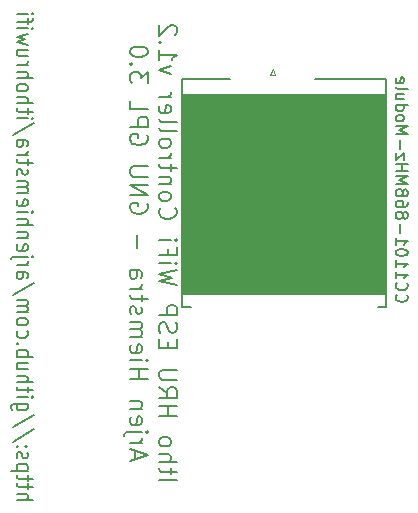
<source format=gbo>
G04 #@! TF.GenerationSoftware,KiCad,Pcbnew,(5.1.9-0-10_14)*
G04 #@! TF.CreationDate,2021-11-18T15:02:34+01:00*
G04 #@! TF.ProjectId,ithowifi_4l,6974686f-7769-4666-995f-346c2e6b6963,rev?*
G04 #@! TF.SameCoordinates,Original*
G04 #@! TF.FileFunction,Legend,Bot*
G04 #@! TF.FilePolarity,Positive*
%FSLAX46Y46*%
G04 Gerber Fmt 4.6, Leading zero omitted, Abs format (unit mm)*
G04 Created by KiCad (PCBNEW (5.1.9-0-10_14)) date 2021-11-18 15:02:34*
%MOMM*%
%LPD*%
G01*
G04 APERTURE LIST*
%ADD10C,0.100000*%
%ADD11C,0.200000*%
%ADD12C,0.150000*%
%ADD13C,0.120000*%
G04 APERTURE END LIST*
D10*
G36*
X104504000Y-131809200D02*
G01*
X87257400Y-131809200D01*
X87232000Y-114842000D01*
X104504000Y-114842000D01*
X104504000Y-131809200D01*
G37*
X104504000Y-131809200D02*
X87257400Y-131809200D01*
X87232000Y-114842000D01*
X104504000Y-114842000D01*
X104504000Y-131809200D01*
D11*
X73217166Y-149222428D02*
X74617166Y-149222428D01*
X73217166Y-148708142D02*
X73950500Y-148708142D01*
X74083833Y-148765285D01*
X74150500Y-148879571D01*
X74150500Y-149051000D01*
X74083833Y-149165285D01*
X74017166Y-149222428D01*
X74150500Y-148308142D02*
X74150500Y-147851000D01*
X74617166Y-148136714D02*
X73417166Y-148136714D01*
X73283833Y-148079571D01*
X73217166Y-147965285D01*
X73217166Y-147851000D01*
X74150500Y-147622428D02*
X74150500Y-147165285D01*
X74617166Y-147451000D02*
X73417166Y-147451000D01*
X73283833Y-147393857D01*
X73217166Y-147279571D01*
X73217166Y-147165285D01*
X74150500Y-146765285D02*
X72750500Y-146765285D01*
X74083833Y-146765285D02*
X74150500Y-146651000D01*
X74150500Y-146422428D01*
X74083833Y-146308142D01*
X74017166Y-146251000D01*
X73883833Y-146193857D01*
X73483833Y-146193857D01*
X73350500Y-146251000D01*
X73283833Y-146308142D01*
X73217166Y-146422428D01*
X73217166Y-146651000D01*
X73283833Y-146765285D01*
X73283833Y-145736714D02*
X73217166Y-145622428D01*
X73217166Y-145393857D01*
X73283833Y-145279571D01*
X73417166Y-145222428D01*
X73483833Y-145222428D01*
X73617166Y-145279571D01*
X73683833Y-145393857D01*
X73683833Y-145565285D01*
X73750500Y-145679571D01*
X73883833Y-145736714D01*
X73950500Y-145736714D01*
X74083833Y-145679571D01*
X74150500Y-145565285D01*
X74150500Y-145393857D01*
X74083833Y-145279571D01*
X73350500Y-144708142D02*
X73283833Y-144651000D01*
X73217166Y-144708142D01*
X73283833Y-144765285D01*
X73350500Y-144708142D01*
X73217166Y-144708142D01*
X74083833Y-144708142D02*
X74017166Y-144651000D01*
X73950500Y-144708142D01*
X74017166Y-144765285D01*
X74083833Y-144708142D01*
X73950500Y-144708142D01*
X74683833Y-143279571D02*
X72883833Y-144308142D01*
X74683833Y-142022428D02*
X72883833Y-143051000D01*
X74150500Y-141108142D02*
X73017166Y-141108142D01*
X72883833Y-141165285D01*
X72817166Y-141222428D01*
X72750500Y-141336714D01*
X72750500Y-141508142D01*
X72817166Y-141622428D01*
X73283833Y-141108142D02*
X73217166Y-141222428D01*
X73217166Y-141451000D01*
X73283833Y-141565285D01*
X73350500Y-141622428D01*
X73483833Y-141679571D01*
X73883833Y-141679571D01*
X74017166Y-141622428D01*
X74083833Y-141565285D01*
X74150500Y-141451000D01*
X74150500Y-141222428D01*
X74083833Y-141108142D01*
X73217166Y-140536714D02*
X74150500Y-140536714D01*
X74617166Y-140536714D02*
X74550500Y-140593857D01*
X74483833Y-140536714D01*
X74550500Y-140479571D01*
X74617166Y-140536714D01*
X74483833Y-140536714D01*
X74150500Y-140136714D02*
X74150500Y-139679571D01*
X74617166Y-139965285D02*
X73417166Y-139965285D01*
X73283833Y-139908142D01*
X73217166Y-139793857D01*
X73217166Y-139679571D01*
X73217166Y-139279571D02*
X74617166Y-139279571D01*
X73217166Y-138765285D02*
X73950500Y-138765285D01*
X74083833Y-138822428D01*
X74150500Y-138936714D01*
X74150500Y-139108142D01*
X74083833Y-139222428D01*
X74017166Y-139279571D01*
X74150500Y-137679571D02*
X73217166Y-137679571D01*
X74150500Y-138193857D02*
X73417166Y-138193857D01*
X73283833Y-138136714D01*
X73217166Y-138022428D01*
X73217166Y-137851000D01*
X73283833Y-137736714D01*
X73350500Y-137679571D01*
X73217166Y-137108142D02*
X74617166Y-137108142D01*
X74083833Y-137108142D02*
X74150500Y-136993857D01*
X74150500Y-136765285D01*
X74083833Y-136651000D01*
X74017166Y-136593857D01*
X73883833Y-136536714D01*
X73483833Y-136536714D01*
X73350500Y-136593857D01*
X73283833Y-136651000D01*
X73217166Y-136765285D01*
X73217166Y-136993857D01*
X73283833Y-137108142D01*
X73350500Y-136022428D02*
X73283833Y-135965285D01*
X73217166Y-136022428D01*
X73283833Y-136079571D01*
X73350500Y-136022428D01*
X73217166Y-136022428D01*
X73283833Y-134936714D02*
X73217166Y-135051000D01*
X73217166Y-135279571D01*
X73283833Y-135393857D01*
X73350500Y-135451000D01*
X73483833Y-135508142D01*
X73883833Y-135508142D01*
X74017166Y-135451000D01*
X74083833Y-135393857D01*
X74150500Y-135279571D01*
X74150500Y-135051000D01*
X74083833Y-134936714D01*
X73217166Y-134251000D02*
X73283833Y-134365285D01*
X73350500Y-134422428D01*
X73483833Y-134479571D01*
X73883833Y-134479571D01*
X74017166Y-134422428D01*
X74083833Y-134365285D01*
X74150500Y-134251000D01*
X74150500Y-134079571D01*
X74083833Y-133965285D01*
X74017166Y-133908142D01*
X73883833Y-133851000D01*
X73483833Y-133851000D01*
X73350500Y-133908142D01*
X73283833Y-133965285D01*
X73217166Y-134079571D01*
X73217166Y-134251000D01*
X73217166Y-133336714D02*
X74150500Y-133336714D01*
X74017166Y-133336714D02*
X74083833Y-133279571D01*
X74150500Y-133165285D01*
X74150500Y-132993857D01*
X74083833Y-132879571D01*
X73950500Y-132822428D01*
X73217166Y-132822428D01*
X73950500Y-132822428D02*
X74083833Y-132765285D01*
X74150500Y-132651000D01*
X74150500Y-132479571D01*
X74083833Y-132365285D01*
X73950500Y-132308142D01*
X73217166Y-132308142D01*
X74683833Y-130879571D02*
X72883833Y-131908142D01*
X73217166Y-129965285D02*
X73950500Y-129965285D01*
X74083833Y-130022428D01*
X74150500Y-130136714D01*
X74150500Y-130365285D01*
X74083833Y-130479571D01*
X73283833Y-129965285D02*
X73217166Y-130079571D01*
X73217166Y-130365285D01*
X73283833Y-130479571D01*
X73417166Y-130536714D01*
X73550500Y-130536714D01*
X73683833Y-130479571D01*
X73750500Y-130365285D01*
X73750500Y-130079571D01*
X73817166Y-129965285D01*
X73217166Y-129393857D02*
X74150500Y-129393857D01*
X73883833Y-129393857D02*
X74017166Y-129336714D01*
X74083833Y-129279571D01*
X74150500Y-129165285D01*
X74150500Y-129050999D01*
X74150500Y-128650999D02*
X72950500Y-128650999D01*
X72817166Y-128708142D01*
X72750500Y-128822428D01*
X72750500Y-128879571D01*
X74617166Y-128650999D02*
X74550500Y-128708142D01*
X74483833Y-128650999D01*
X74550500Y-128593857D01*
X74617166Y-128650999D01*
X74483833Y-128650999D01*
X73283833Y-127622428D02*
X73217166Y-127736714D01*
X73217166Y-127965285D01*
X73283833Y-128079571D01*
X73417166Y-128136714D01*
X73950500Y-128136714D01*
X74083833Y-128079571D01*
X74150500Y-127965285D01*
X74150500Y-127736714D01*
X74083833Y-127622428D01*
X73950500Y-127565285D01*
X73817166Y-127565285D01*
X73683833Y-128136714D01*
X74150500Y-127050999D02*
X73217166Y-127050999D01*
X74017166Y-127050999D02*
X74083833Y-126993857D01*
X74150500Y-126879571D01*
X74150500Y-126708142D01*
X74083833Y-126593857D01*
X73950500Y-126536714D01*
X73217166Y-126536714D01*
X73217166Y-125965285D02*
X74617166Y-125965285D01*
X73217166Y-125450999D02*
X73950500Y-125450999D01*
X74083833Y-125508142D01*
X74150500Y-125622428D01*
X74150500Y-125793857D01*
X74083833Y-125908142D01*
X74017166Y-125965285D01*
X73217166Y-124879571D02*
X74150500Y-124879571D01*
X74617166Y-124879571D02*
X74550500Y-124936714D01*
X74483833Y-124879571D01*
X74550500Y-124822428D01*
X74617166Y-124879571D01*
X74483833Y-124879571D01*
X73283833Y-123850999D02*
X73217166Y-123965285D01*
X73217166Y-124193857D01*
X73283833Y-124308142D01*
X73417166Y-124365285D01*
X73950500Y-124365285D01*
X74083833Y-124308142D01*
X74150500Y-124193857D01*
X74150500Y-123965285D01*
X74083833Y-123850999D01*
X73950500Y-123793857D01*
X73817166Y-123793857D01*
X73683833Y-124365285D01*
X73217166Y-123279571D02*
X74150500Y-123279571D01*
X74017166Y-123279571D02*
X74083833Y-123222428D01*
X74150500Y-123108142D01*
X74150500Y-122936714D01*
X74083833Y-122822428D01*
X73950500Y-122765285D01*
X73217166Y-122765285D01*
X73950500Y-122765285D02*
X74083833Y-122708142D01*
X74150500Y-122593857D01*
X74150500Y-122422428D01*
X74083833Y-122308142D01*
X73950500Y-122250999D01*
X73217166Y-122250999D01*
X73283833Y-121736714D02*
X73217166Y-121622428D01*
X73217166Y-121393857D01*
X73283833Y-121279571D01*
X73417166Y-121222428D01*
X73483833Y-121222428D01*
X73617166Y-121279571D01*
X73683833Y-121393857D01*
X73683833Y-121565285D01*
X73750500Y-121679571D01*
X73883833Y-121736714D01*
X73950500Y-121736714D01*
X74083833Y-121679571D01*
X74150500Y-121565285D01*
X74150500Y-121393857D01*
X74083833Y-121279571D01*
X74150500Y-120879571D02*
X74150500Y-120422428D01*
X74617166Y-120708142D02*
X73417166Y-120708142D01*
X73283833Y-120650999D01*
X73217166Y-120536714D01*
X73217166Y-120422428D01*
X73217166Y-120022428D02*
X74150500Y-120022428D01*
X73883833Y-120022428D02*
X74017166Y-119965285D01*
X74083833Y-119908142D01*
X74150500Y-119793857D01*
X74150500Y-119679571D01*
X73217166Y-118765285D02*
X73950500Y-118765285D01*
X74083833Y-118822428D01*
X74150500Y-118936714D01*
X74150500Y-119165285D01*
X74083833Y-119279571D01*
X73283833Y-118765285D02*
X73217166Y-118879571D01*
X73217166Y-119165285D01*
X73283833Y-119279571D01*
X73417166Y-119336714D01*
X73550500Y-119336714D01*
X73683833Y-119279571D01*
X73750500Y-119165285D01*
X73750500Y-118879571D01*
X73817166Y-118765285D01*
X74683833Y-117336714D02*
X72883833Y-118365285D01*
X73217166Y-116936714D02*
X74150500Y-116936714D01*
X74617166Y-116936714D02*
X74550500Y-116993857D01*
X74483833Y-116936714D01*
X74550500Y-116879571D01*
X74617166Y-116936714D01*
X74483833Y-116936714D01*
X74150500Y-116536714D02*
X74150500Y-116079571D01*
X74617166Y-116365285D02*
X73417166Y-116365285D01*
X73283833Y-116308142D01*
X73217166Y-116193857D01*
X73217166Y-116079571D01*
X73217166Y-115679571D02*
X74617166Y-115679571D01*
X73217166Y-115165285D02*
X73950500Y-115165285D01*
X74083833Y-115222428D01*
X74150500Y-115336714D01*
X74150500Y-115508142D01*
X74083833Y-115622428D01*
X74017166Y-115679571D01*
X73217166Y-114422428D02*
X73283833Y-114536714D01*
X73350500Y-114593857D01*
X73483833Y-114651000D01*
X73883833Y-114651000D01*
X74017166Y-114593857D01*
X74083833Y-114536714D01*
X74150500Y-114422428D01*
X74150500Y-114251000D01*
X74083833Y-114136714D01*
X74017166Y-114079571D01*
X73883833Y-114022428D01*
X73483833Y-114022428D01*
X73350500Y-114079571D01*
X73283833Y-114136714D01*
X73217166Y-114251000D01*
X73217166Y-114422428D01*
X73217166Y-113508142D02*
X74617166Y-113508142D01*
X73217166Y-112993857D02*
X73950500Y-112993857D01*
X74083833Y-113051000D01*
X74150500Y-113165285D01*
X74150500Y-113336714D01*
X74083833Y-113451000D01*
X74017166Y-113508142D01*
X73217166Y-112422428D02*
X74150500Y-112422428D01*
X73883833Y-112422428D02*
X74017166Y-112365285D01*
X74083833Y-112308142D01*
X74150500Y-112193857D01*
X74150500Y-112079571D01*
X74150500Y-111165285D02*
X73217166Y-111165285D01*
X74150500Y-111679571D02*
X73417166Y-111679571D01*
X73283833Y-111622428D01*
X73217166Y-111508142D01*
X73217166Y-111336714D01*
X73283833Y-111222428D01*
X73350500Y-111165285D01*
X74150500Y-110708142D02*
X73217166Y-110479571D01*
X73883833Y-110251000D01*
X73217166Y-110022428D01*
X74150500Y-109793857D01*
X73217166Y-109336714D02*
X74150500Y-109336714D01*
X74617166Y-109336714D02*
X74550500Y-109393857D01*
X74483833Y-109336714D01*
X74550500Y-109279571D01*
X74617166Y-109336714D01*
X74483833Y-109336714D01*
X74150500Y-108936714D02*
X74150500Y-108479571D01*
X73217166Y-108765285D02*
X74417166Y-108765285D01*
X74550500Y-108708142D01*
X74617166Y-108593857D01*
X74617166Y-108479571D01*
X73217166Y-108079571D02*
X74150500Y-108079571D01*
X74617166Y-108079571D02*
X74550500Y-108136714D01*
X74483833Y-108079571D01*
X74550500Y-108022428D01*
X74617166Y-108079571D01*
X74483833Y-108079571D01*
X85255428Y-147583500D02*
X86755428Y-147583500D01*
X86255428Y-147083500D02*
X86255428Y-146512071D01*
X86755428Y-146869214D02*
X85469714Y-146869214D01*
X85326857Y-146797785D01*
X85255428Y-146654928D01*
X85255428Y-146512071D01*
X85255428Y-146012071D02*
X86755428Y-146012071D01*
X85255428Y-145369214D02*
X86041142Y-145369214D01*
X86184000Y-145440642D01*
X86255428Y-145583500D01*
X86255428Y-145797785D01*
X86184000Y-145940642D01*
X86112571Y-146012071D01*
X85255428Y-144440642D02*
X85326857Y-144583500D01*
X85398285Y-144654928D01*
X85541142Y-144726357D01*
X85969714Y-144726357D01*
X86112571Y-144654928D01*
X86184000Y-144583500D01*
X86255428Y-144440642D01*
X86255428Y-144226357D01*
X86184000Y-144083500D01*
X86112571Y-144012071D01*
X85969714Y-143940642D01*
X85541142Y-143940642D01*
X85398285Y-144012071D01*
X85326857Y-144083500D01*
X85255428Y-144226357D01*
X85255428Y-144440642D01*
X85255428Y-142154928D02*
X86755428Y-142154928D01*
X86041142Y-142154928D02*
X86041142Y-141297785D01*
X85255428Y-141297785D02*
X86755428Y-141297785D01*
X85255428Y-139726357D02*
X85969714Y-140226357D01*
X85255428Y-140583500D02*
X86755428Y-140583500D01*
X86755428Y-140012071D01*
X86684000Y-139869214D01*
X86612571Y-139797785D01*
X86469714Y-139726357D01*
X86255428Y-139726357D01*
X86112571Y-139797785D01*
X86041142Y-139869214D01*
X85969714Y-140012071D01*
X85969714Y-140583500D01*
X86755428Y-139083500D02*
X85541142Y-139083500D01*
X85398285Y-139012071D01*
X85326857Y-138940642D01*
X85255428Y-138797785D01*
X85255428Y-138512071D01*
X85326857Y-138369214D01*
X85398285Y-138297785D01*
X85541142Y-138226357D01*
X86755428Y-138226357D01*
X86041142Y-136369214D02*
X86041142Y-135869214D01*
X85255428Y-135654928D02*
X85255428Y-136369214D01*
X86755428Y-136369214D01*
X86755428Y-135654928D01*
X85326857Y-135083500D02*
X85255428Y-134869214D01*
X85255428Y-134512071D01*
X85326857Y-134369214D01*
X85398285Y-134297785D01*
X85541142Y-134226357D01*
X85684000Y-134226357D01*
X85826857Y-134297785D01*
X85898285Y-134369214D01*
X85969714Y-134512071D01*
X86041142Y-134797785D01*
X86112571Y-134940642D01*
X86184000Y-135012071D01*
X86326857Y-135083500D01*
X86469714Y-135083500D01*
X86612571Y-135012071D01*
X86684000Y-134940642D01*
X86755428Y-134797785D01*
X86755428Y-134440642D01*
X86684000Y-134226357D01*
X85255428Y-133583500D02*
X86755428Y-133583500D01*
X86755428Y-133012071D01*
X86684000Y-132869214D01*
X86612571Y-132797785D01*
X86469714Y-132726357D01*
X86255428Y-132726357D01*
X86112571Y-132797785D01*
X86041142Y-132869214D01*
X85969714Y-133012071D01*
X85969714Y-133583500D01*
X86755428Y-131083500D02*
X85255428Y-130726357D01*
X86326857Y-130440642D01*
X85255428Y-130154928D01*
X86755428Y-129797785D01*
X85255428Y-129226357D02*
X86255428Y-129226357D01*
X86755428Y-129226357D02*
X86684000Y-129297785D01*
X86612571Y-129226357D01*
X86684000Y-129154928D01*
X86755428Y-129226357D01*
X86612571Y-129226357D01*
X86041142Y-128012071D02*
X86041142Y-128512071D01*
X85255428Y-128512071D02*
X86755428Y-128512071D01*
X86755428Y-127797785D01*
X85255428Y-127226357D02*
X86255428Y-127226357D01*
X86755428Y-127226357D02*
X86684000Y-127297785D01*
X86612571Y-127226357D01*
X86684000Y-127154928D01*
X86755428Y-127226357D01*
X86612571Y-127226357D01*
X85398285Y-124512071D02*
X85326857Y-124583500D01*
X85255428Y-124797785D01*
X85255428Y-124940642D01*
X85326857Y-125154928D01*
X85469714Y-125297785D01*
X85612571Y-125369214D01*
X85898285Y-125440642D01*
X86112571Y-125440642D01*
X86398285Y-125369214D01*
X86541142Y-125297785D01*
X86684000Y-125154928D01*
X86755428Y-124940642D01*
X86755428Y-124797785D01*
X86684000Y-124583500D01*
X86612571Y-124512071D01*
X85255428Y-123654928D02*
X85326857Y-123797785D01*
X85398285Y-123869214D01*
X85541142Y-123940642D01*
X85969714Y-123940642D01*
X86112571Y-123869214D01*
X86184000Y-123797785D01*
X86255428Y-123654928D01*
X86255428Y-123440642D01*
X86184000Y-123297785D01*
X86112571Y-123226357D01*
X85969714Y-123154928D01*
X85541142Y-123154928D01*
X85398285Y-123226357D01*
X85326857Y-123297785D01*
X85255428Y-123440642D01*
X85255428Y-123654928D01*
X86255428Y-122512071D02*
X85255428Y-122512071D01*
X86112571Y-122512071D02*
X86184000Y-122440642D01*
X86255428Y-122297785D01*
X86255428Y-122083500D01*
X86184000Y-121940642D01*
X86041142Y-121869214D01*
X85255428Y-121869214D01*
X86255428Y-121369214D02*
X86255428Y-120797785D01*
X86755428Y-121154928D02*
X85469714Y-121154928D01*
X85326857Y-121083500D01*
X85255428Y-120940642D01*
X85255428Y-120797785D01*
X85255428Y-120297785D02*
X86255428Y-120297785D01*
X85969714Y-120297785D02*
X86112571Y-120226357D01*
X86184000Y-120154928D01*
X86255428Y-120012071D01*
X86255428Y-119869214D01*
X85255428Y-119154928D02*
X85326857Y-119297785D01*
X85398285Y-119369214D01*
X85541142Y-119440642D01*
X85969714Y-119440642D01*
X86112571Y-119369214D01*
X86184000Y-119297785D01*
X86255428Y-119154928D01*
X86255428Y-118940642D01*
X86184000Y-118797785D01*
X86112571Y-118726357D01*
X85969714Y-118654928D01*
X85541142Y-118654928D01*
X85398285Y-118726357D01*
X85326857Y-118797785D01*
X85255428Y-118940642D01*
X85255428Y-119154928D01*
X85255428Y-117797785D02*
X85326857Y-117940642D01*
X85469714Y-118012071D01*
X86755428Y-118012071D01*
X85255428Y-117012071D02*
X85326857Y-117154928D01*
X85469714Y-117226357D01*
X86755428Y-117226357D01*
X85326857Y-115869214D02*
X85255428Y-116012071D01*
X85255428Y-116297785D01*
X85326857Y-116440642D01*
X85469714Y-116512071D01*
X86041142Y-116512071D01*
X86184000Y-116440642D01*
X86255428Y-116297785D01*
X86255428Y-116012071D01*
X86184000Y-115869214D01*
X86041142Y-115797785D01*
X85898285Y-115797785D01*
X85755428Y-116512071D01*
X85255428Y-115154928D02*
X86255428Y-115154928D01*
X85969714Y-115154928D02*
X86112571Y-115083500D01*
X86184000Y-115012071D01*
X86255428Y-114869214D01*
X86255428Y-114726357D01*
X86255428Y-113226357D02*
X85255428Y-112869214D01*
X86255428Y-112512071D01*
X85255428Y-111154928D02*
X85255428Y-112012071D01*
X85255428Y-111583500D02*
X86755428Y-111583500D01*
X86541142Y-111726357D01*
X86398285Y-111869214D01*
X86326857Y-112012071D01*
X85398285Y-110512071D02*
X85326857Y-110440642D01*
X85255428Y-110512071D01*
X85326857Y-110583500D01*
X85398285Y-110512071D01*
X85255428Y-110512071D01*
X86612571Y-109869214D02*
X86684000Y-109797785D01*
X86755428Y-109654928D01*
X86755428Y-109297785D01*
X86684000Y-109154928D01*
X86612571Y-109083500D01*
X86469714Y-109012071D01*
X86326857Y-109012071D01*
X86112571Y-109083500D01*
X85255428Y-109940642D01*
X85255428Y-109012071D01*
X83234000Y-145797785D02*
X83234000Y-145083500D01*
X82805428Y-145940642D02*
X84305428Y-145440642D01*
X82805428Y-144940642D01*
X82805428Y-144440642D02*
X83805428Y-144440642D01*
X83519714Y-144440642D02*
X83662571Y-144369214D01*
X83734000Y-144297785D01*
X83805428Y-144154928D01*
X83805428Y-144012071D01*
X83805428Y-143512071D02*
X82519714Y-143512071D01*
X82376857Y-143583500D01*
X82305428Y-143726357D01*
X82305428Y-143797785D01*
X84305428Y-143512071D02*
X84234000Y-143583500D01*
X84162571Y-143512071D01*
X84234000Y-143440642D01*
X84305428Y-143512071D01*
X84162571Y-143512071D01*
X82876857Y-142226357D02*
X82805428Y-142369214D01*
X82805428Y-142654928D01*
X82876857Y-142797785D01*
X83019714Y-142869214D01*
X83591142Y-142869214D01*
X83734000Y-142797785D01*
X83805428Y-142654928D01*
X83805428Y-142369214D01*
X83734000Y-142226357D01*
X83591142Y-142154928D01*
X83448285Y-142154928D01*
X83305428Y-142869214D01*
X83805428Y-141512071D02*
X82805428Y-141512071D01*
X83662571Y-141512071D02*
X83734000Y-141440642D01*
X83805428Y-141297785D01*
X83805428Y-141083500D01*
X83734000Y-140940642D01*
X83591142Y-140869214D01*
X82805428Y-140869214D01*
X82805428Y-139012071D02*
X84305428Y-139012071D01*
X83591142Y-139012071D02*
X83591142Y-138154928D01*
X82805428Y-138154928D02*
X84305428Y-138154928D01*
X82805428Y-137440642D02*
X83805428Y-137440642D01*
X84305428Y-137440642D02*
X84234000Y-137512071D01*
X84162571Y-137440642D01*
X84234000Y-137369214D01*
X84305428Y-137440642D01*
X84162571Y-137440642D01*
X82876857Y-136154928D02*
X82805428Y-136297785D01*
X82805428Y-136583500D01*
X82876857Y-136726357D01*
X83019714Y-136797785D01*
X83591142Y-136797785D01*
X83734000Y-136726357D01*
X83805428Y-136583500D01*
X83805428Y-136297785D01*
X83734000Y-136154928D01*
X83591142Y-136083500D01*
X83448285Y-136083500D01*
X83305428Y-136797785D01*
X82805428Y-135440642D02*
X83805428Y-135440642D01*
X83662571Y-135440642D02*
X83734000Y-135369214D01*
X83805428Y-135226357D01*
X83805428Y-135012071D01*
X83734000Y-134869214D01*
X83591142Y-134797785D01*
X82805428Y-134797785D01*
X83591142Y-134797785D02*
X83734000Y-134726357D01*
X83805428Y-134583500D01*
X83805428Y-134369214D01*
X83734000Y-134226357D01*
X83591142Y-134154928D01*
X82805428Y-134154928D01*
X82876857Y-133512071D02*
X82805428Y-133369214D01*
X82805428Y-133083500D01*
X82876857Y-132940642D01*
X83019714Y-132869214D01*
X83091142Y-132869214D01*
X83234000Y-132940642D01*
X83305428Y-133083500D01*
X83305428Y-133297785D01*
X83376857Y-133440642D01*
X83519714Y-133512071D01*
X83591142Y-133512071D01*
X83734000Y-133440642D01*
X83805428Y-133297785D01*
X83805428Y-133083500D01*
X83734000Y-132940642D01*
X83805428Y-132440642D02*
X83805428Y-131869214D01*
X84305428Y-132226357D02*
X83019714Y-132226357D01*
X82876857Y-132154928D01*
X82805428Y-132012071D01*
X82805428Y-131869214D01*
X82805428Y-131369214D02*
X83805428Y-131369214D01*
X83519714Y-131369214D02*
X83662571Y-131297785D01*
X83734000Y-131226357D01*
X83805428Y-131083500D01*
X83805428Y-130940642D01*
X82805428Y-129797785D02*
X83591142Y-129797785D01*
X83734000Y-129869214D01*
X83805428Y-130012071D01*
X83805428Y-130297785D01*
X83734000Y-130440642D01*
X82876857Y-129797785D02*
X82805428Y-129940642D01*
X82805428Y-130297785D01*
X82876857Y-130440642D01*
X83019714Y-130512071D01*
X83162571Y-130512071D01*
X83305428Y-130440642D01*
X83376857Y-130297785D01*
X83376857Y-129940642D01*
X83448285Y-129797785D01*
X83376857Y-127940642D02*
X83376857Y-126797785D01*
X84234000Y-124154928D02*
X84305428Y-124297785D01*
X84305428Y-124512071D01*
X84234000Y-124726357D01*
X84091142Y-124869214D01*
X83948285Y-124940642D01*
X83662571Y-125012071D01*
X83448285Y-125012071D01*
X83162571Y-124940642D01*
X83019714Y-124869214D01*
X82876857Y-124726357D01*
X82805428Y-124512071D01*
X82805428Y-124369214D01*
X82876857Y-124154928D01*
X82948285Y-124083500D01*
X83448285Y-124083500D01*
X83448285Y-124369214D01*
X82805428Y-123440642D02*
X84305428Y-123440642D01*
X82805428Y-122583500D01*
X84305428Y-122583500D01*
X84305428Y-121869214D02*
X83091142Y-121869214D01*
X82948285Y-121797785D01*
X82876857Y-121726357D01*
X82805428Y-121583500D01*
X82805428Y-121297785D01*
X82876857Y-121154928D01*
X82948285Y-121083500D01*
X83091142Y-121012071D01*
X84305428Y-121012071D01*
X84234000Y-118369214D02*
X84305428Y-118512071D01*
X84305428Y-118726357D01*
X84234000Y-118940642D01*
X84091142Y-119083500D01*
X83948285Y-119154928D01*
X83662571Y-119226357D01*
X83448285Y-119226357D01*
X83162571Y-119154928D01*
X83019714Y-119083500D01*
X82876857Y-118940642D01*
X82805428Y-118726357D01*
X82805428Y-118583500D01*
X82876857Y-118369214D01*
X82948285Y-118297785D01*
X83448285Y-118297785D01*
X83448285Y-118583500D01*
X82805428Y-117654928D02*
X84305428Y-117654928D01*
X84305428Y-117083500D01*
X84234000Y-116940642D01*
X84162571Y-116869214D01*
X84019714Y-116797785D01*
X83805428Y-116797785D01*
X83662571Y-116869214D01*
X83591142Y-116940642D01*
X83519714Y-117083500D01*
X83519714Y-117654928D01*
X82805428Y-115440642D02*
X82805428Y-116154928D01*
X84305428Y-116154928D01*
X84305428Y-113940642D02*
X84305428Y-113012071D01*
X83734000Y-113512071D01*
X83734000Y-113297785D01*
X83662571Y-113154928D01*
X83591142Y-113083500D01*
X83448285Y-113012071D01*
X83091142Y-113012071D01*
X82948285Y-113083500D01*
X82876857Y-113154928D01*
X82805428Y-113297785D01*
X82805428Y-113726357D01*
X82876857Y-113869214D01*
X82948285Y-113940642D01*
X82948285Y-112369214D02*
X82876857Y-112297785D01*
X82805428Y-112369214D01*
X82876857Y-112440642D01*
X82948285Y-112369214D01*
X82805428Y-112369214D01*
X84305428Y-111369214D02*
X84305428Y-111226357D01*
X84234000Y-111083500D01*
X84162571Y-111012071D01*
X84019714Y-110940642D01*
X83734000Y-110869214D01*
X83376857Y-110869214D01*
X83091142Y-110940642D01*
X82948285Y-111012071D01*
X82876857Y-111083500D01*
X82805428Y-111226357D01*
X82805428Y-111369214D01*
X82876857Y-111512071D01*
X82948285Y-111583500D01*
X83091142Y-111654928D01*
X83376857Y-111726357D01*
X83734000Y-111726357D01*
X84019714Y-111654928D01*
X84162571Y-111583500D01*
X84234000Y-111512071D01*
X84305428Y-111369214D01*
D12*
X103772000Y-132889000D02*
X104522000Y-132889000D01*
X87222000Y-132889000D02*
X87972000Y-132889000D01*
X87222000Y-113589000D02*
X87222000Y-132889000D01*
X91247000Y-113589000D02*
X87222000Y-113589000D01*
X104522000Y-113589000D02*
X98497000Y-113589000D01*
X104522000Y-132889000D02*
X104522000Y-113589000D01*
D13*
X94881400Y-112758400D02*
X95131400Y-113258400D01*
X95131400Y-113258400D02*
X94631400Y-113258400D01*
X94631400Y-113258400D02*
X94881400Y-112758400D01*
D12*
X105420857Y-131865952D02*
X105373238Y-131913571D01*
X105325619Y-132056428D01*
X105325619Y-132151666D01*
X105373238Y-132294523D01*
X105468476Y-132389761D01*
X105563714Y-132437380D01*
X105754190Y-132485000D01*
X105897047Y-132485000D01*
X106087523Y-132437380D01*
X106182761Y-132389761D01*
X106278000Y-132294523D01*
X106325619Y-132151666D01*
X106325619Y-132056428D01*
X106278000Y-131913571D01*
X106230380Y-131865952D01*
X105420857Y-130865952D02*
X105373238Y-130913571D01*
X105325619Y-131056428D01*
X105325619Y-131151666D01*
X105373238Y-131294523D01*
X105468476Y-131389761D01*
X105563714Y-131437380D01*
X105754190Y-131485000D01*
X105897047Y-131485000D01*
X106087523Y-131437380D01*
X106182761Y-131389761D01*
X106278000Y-131294523D01*
X106325619Y-131151666D01*
X106325619Y-131056428D01*
X106278000Y-130913571D01*
X106230380Y-130865952D01*
X105325619Y-129913571D02*
X105325619Y-130485000D01*
X105325619Y-130199285D02*
X106325619Y-130199285D01*
X106182761Y-130294523D01*
X106087523Y-130389761D01*
X106039904Y-130485000D01*
X105325619Y-128961190D02*
X105325619Y-129532619D01*
X105325619Y-129246904D02*
X106325619Y-129246904D01*
X106182761Y-129342142D01*
X106087523Y-129437380D01*
X106039904Y-129532619D01*
X106325619Y-128342142D02*
X106325619Y-128246904D01*
X106278000Y-128151666D01*
X106230380Y-128104047D01*
X106135142Y-128056428D01*
X105944666Y-128008809D01*
X105706571Y-128008809D01*
X105516095Y-128056428D01*
X105420857Y-128104047D01*
X105373238Y-128151666D01*
X105325619Y-128246904D01*
X105325619Y-128342142D01*
X105373238Y-128437380D01*
X105420857Y-128485000D01*
X105516095Y-128532619D01*
X105706571Y-128580238D01*
X105944666Y-128580238D01*
X106135142Y-128532619D01*
X106230380Y-128485000D01*
X106278000Y-128437380D01*
X106325619Y-128342142D01*
X105325619Y-127056428D02*
X105325619Y-127627857D01*
X105325619Y-127342142D02*
X106325619Y-127342142D01*
X106182761Y-127437380D01*
X106087523Y-127532619D01*
X106039904Y-127627857D01*
X105706571Y-126627857D02*
X105706571Y-125865952D01*
X105897047Y-125246904D02*
X105944666Y-125342142D01*
X105992285Y-125389761D01*
X106087523Y-125437380D01*
X106135142Y-125437380D01*
X106230380Y-125389761D01*
X106278000Y-125342142D01*
X106325619Y-125246904D01*
X106325619Y-125056428D01*
X106278000Y-124961190D01*
X106230380Y-124913571D01*
X106135142Y-124865952D01*
X106087523Y-124865952D01*
X105992285Y-124913571D01*
X105944666Y-124961190D01*
X105897047Y-125056428D01*
X105897047Y-125246904D01*
X105849428Y-125342142D01*
X105801809Y-125389761D01*
X105706571Y-125437380D01*
X105516095Y-125437380D01*
X105420857Y-125389761D01*
X105373238Y-125342142D01*
X105325619Y-125246904D01*
X105325619Y-125056428D01*
X105373238Y-124961190D01*
X105420857Y-124913571D01*
X105516095Y-124865952D01*
X105706571Y-124865952D01*
X105801809Y-124913571D01*
X105849428Y-124961190D01*
X105897047Y-125056428D01*
X106325619Y-124008809D02*
X106325619Y-124199285D01*
X106278000Y-124294523D01*
X106230380Y-124342142D01*
X106087523Y-124437380D01*
X105897047Y-124485000D01*
X105516095Y-124485000D01*
X105420857Y-124437380D01*
X105373238Y-124389761D01*
X105325619Y-124294523D01*
X105325619Y-124104047D01*
X105373238Y-124008809D01*
X105420857Y-123961190D01*
X105516095Y-123913571D01*
X105754190Y-123913571D01*
X105849428Y-123961190D01*
X105897047Y-124008809D01*
X105944666Y-124104047D01*
X105944666Y-124294523D01*
X105897047Y-124389761D01*
X105849428Y-124437380D01*
X105754190Y-124485000D01*
X105897047Y-123342142D02*
X105944666Y-123437380D01*
X105992285Y-123485000D01*
X106087523Y-123532619D01*
X106135142Y-123532619D01*
X106230380Y-123485000D01*
X106278000Y-123437380D01*
X106325619Y-123342142D01*
X106325619Y-123151666D01*
X106278000Y-123056428D01*
X106230380Y-123008809D01*
X106135142Y-122961190D01*
X106087523Y-122961190D01*
X105992285Y-123008809D01*
X105944666Y-123056428D01*
X105897047Y-123151666D01*
X105897047Y-123342142D01*
X105849428Y-123437380D01*
X105801809Y-123485000D01*
X105706571Y-123532619D01*
X105516095Y-123532619D01*
X105420857Y-123485000D01*
X105373238Y-123437380D01*
X105325619Y-123342142D01*
X105325619Y-123151666D01*
X105373238Y-123056428D01*
X105420857Y-123008809D01*
X105516095Y-122961190D01*
X105706571Y-122961190D01*
X105801809Y-123008809D01*
X105849428Y-123056428D01*
X105897047Y-123151666D01*
X105325619Y-122532619D02*
X106325619Y-122532619D01*
X105611333Y-122199285D01*
X106325619Y-121865952D01*
X105325619Y-121865952D01*
X105325619Y-121389761D02*
X106325619Y-121389761D01*
X105849428Y-121389761D02*
X105849428Y-120818333D01*
X105325619Y-120818333D02*
X106325619Y-120818333D01*
X105992285Y-120437380D02*
X105992285Y-119913571D01*
X105325619Y-120437380D01*
X105325619Y-119913571D01*
X105706571Y-119532619D02*
X105706571Y-118770714D01*
X105325619Y-118294523D02*
X106325619Y-118294523D01*
X105611333Y-117961190D01*
X106325619Y-117627857D01*
X105325619Y-117627857D01*
X105325619Y-117008809D02*
X105373238Y-117104047D01*
X105420857Y-117151666D01*
X105516095Y-117199285D01*
X105801809Y-117199285D01*
X105897047Y-117151666D01*
X105944666Y-117104047D01*
X105992285Y-117008809D01*
X105992285Y-116865952D01*
X105944666Y-116770714D01*
X105897047Y-116723095D01*
X105801809Y-116675476D01*
X105516095Y-116675476D01*
X105420857Y-116723095D01*
X105373238Y-116770714D01*
X105325619Y-116865952D01*
X105325619Y-117008809D01*
X105325619Y-115818333D02*
X106325619Y-115818333D01*
X105373238Y-115818333D02*
X105325619Y-115913571D01*
X105325619Y-116104047D01*
X105373238Y-116199285D01*
X105420857Y-116246904D01*
X105516095Y-116294523D01*
X105801809Y-116294523D01*
X105897047Y-116246904D01*
X105944666Y-116199285D01*
X105992285Y-116104047D01*
X105992285Y-115913571D01*
X105944666Y-115818333D01*
X105992285Y-114913571D02*
X105325619Y-114913571D01*
X105992285Y-115342142D02*
X105468476Y-115342142D01*
X105373238Y-115294523D01*
X105325619Y-115199285D01*
X105325619Y-115056428D01*
X105373238Y-114961190D01*
X105420857Y-114913571D01*
X105325619Y-114294523D02*
X105373238Y-114389761D01*
X105468476Y-114437380D01*
X106325619Y-114437380D01*
X105373238Y-113532619D02*
X105325619Y-113627857D01*
X105325619Y-113818333D01*
X105373238Y-113913571D01*
X105468476Y-113961190D01*
X105849428Y-113961190D01*
X105944666Y-113913571D01*
X105992285Y-113818333D01*
X105992285Y-113627857D01*
X105944666Y-113532619D01*
X105849428Y-113485000D01*
X105754190Y-113485000D01*
X105658952Y-113961190D01*
M02*

</source>
